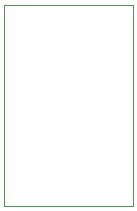
<source format=gbr>
%TF.GenerationSoftware,KiCad,Pcbnew,8.0.1*%
%TF.CreationDate,2024-04-03T15:49:03+03:00*%
%TF.ProjectId,LowPassFilter_jessipi_20240403,4c6f7750-6173-4734-9669-6c7465725f6a,rev?*%
%TF.SameCoordinates,Original*%
%TF.FileFunction,Profile,NP*%
%FSLAX46Y46*%
G04 Gerber Fmt 4.6, Leading zero omitted, Abs format (unit mm)*
G04 Created by KiCad (PCBNEW 8.0.1) date 2024-04-03 15:49:03*
%MOMM*%
%LPD*%
G01*
G04 APERTURE LIST*
%TA.AperFunction,Profile*%
%ADD10C,0.050000*%
%TD*%
G04 APERTURE END LIST*
D10*
X70500000Y-47500000D02*
X81500000Y-47500000D01*
X81500000Y-64500000D01*
X70500000Y-64500000D01*
X70500000Y-47500000D01*
M02*

</source>
